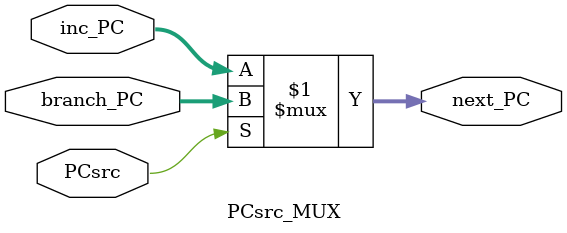
<source format=sv>
module PCsrc_MUX(
    input logic PCsrc,
    input logic [31:0] branch_PC,
    input logic [31:0] inc_PC,
    output logic [31:0] next_PC
);

    assign next_PC = (PCsrc) ? branch_PC : inc_PC;



endmodule

// if PCsrc is high, next_PC = branch_PC
// otherwise next_PC = inc_PC (+4 because it is byte addressed)

</source>
